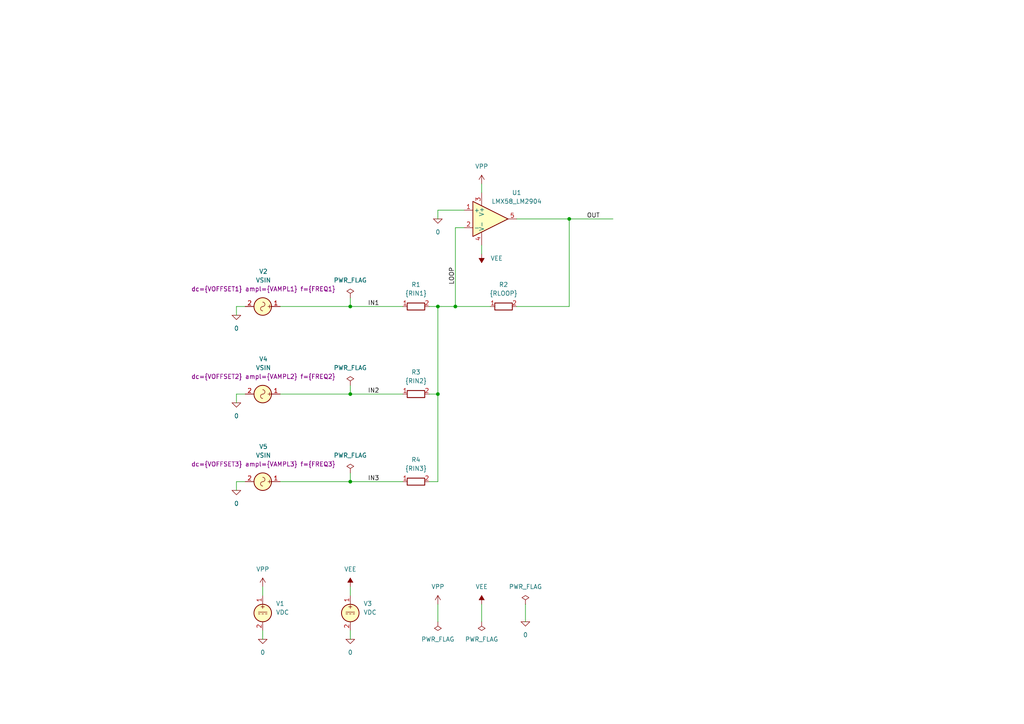
<source format=kicad_sch>
(kicad_sch (version 20211123) (generator eeschema)
  (paper "A4")
  (title_block (title "Summing inverting operational amplifier") (date "2023-09-05") (rev "1") (company "astroelectronic@") (comment 1 "-") (comment 2 "-") (comment 3 "-") (comment 4 "AE01010358"))
  (lib_symbols
    (symbol "Device:R" (pin_names (offset 0) hide)
      (property "Reference" "R" (at 2.032 0 90))
      (property "Value" "R" (at 0 0 90))
      (symbol "R_0_1"
        (rectangle (start -1.016 -2.54) (end 1.016 2.54) (stroke (width 0.254)))
      )
      (symbol "R_1_1"
        (pin passive line (at 0 3.81 270) (length 1.27) (name "~") (number "1"))
        (pin passive line (at 0 -3.81 90) (length 1.27) (name "~") (number "2"))
      )
    )
    (symbol "LM358:LMX58_LM2904" (pin_names (offset 0.254))
      (property "Reference" "U" (at 3.81 3.175 0))
      (property "Value" "LMX58_LM2904" (at 3.81 -3.175 0))
      (symbol "LMX58_LM2904_0_1"
        (polyline (pts (xy 5.08 0) (xy -5.08 5.08) (xy -5.08 -5.08) (xy 5.08 0)) (stroke (width 0.254)) (fill (type background)))
      )
      (symbol "LMX58_LM2904_1_1"
        (pin passive line (at -7.62 2.54 0) (length 2.54) (name "+") (number "1"))
        (pin passive line (at -7.62 -2.54 0) (length 2.54) (name "-") (number "2"))
        (pin passive line (at -2.54 7.62 270) (length 3.81) (name "V+") (number "3"))
        (pin passive line (at -2.54 -7.62 90) (length 3.81) (name "V-") (number "4"))
        (pin passive line (at 7.62 0 180) (length 2.54) (name "~") (number "5"))
      )
    )
    (symbol "R_1" (pin_names (offset 0) hide)
      (property "Reference" "R" (at 2.032 0 90))
      (property "Value" "R_1" (at 0 0 90))
      (symbol "R_1_0_1"
        (rectangle (start -1.016 -2.54) (end 1.016 2.54) (stroke (width 0.254)))
      )
      (symbol "R_1_1_1"
        (pin passive line (at 0 3.81 270) (length 1.27) (name "~") (number "1"))
        (pin passive line (at 0 -3.81 90) (length 1.27) (name "~") (number "2"))
      )
    )
    (symbol "Simulation_SPICE:VDC" (pin_names (offset 0.0254) hide)
      (property "Reference" "V" (at 2.54 2.54 0))
      (property "Value" "VDC" (at 2.54 0 0))
      (property "Spice_Model" "dc(1)" (at 2.54 -2.54 0))
      (symbol "VDC_0_0"
        (polyline (pts (xy -1.27 0.254) (xy 1.27 0.254)))
        (polyline (pts (xy -0.762 -0.254) (xy -1.27 -0.254)))
        (polyline (pts (xy 0.254 -0.254) (xy -0.254 -0.254)))
        (polyline (pts (xy 1.27 -0.254) (xy 0.762 -0.254)))
        (text "+" (at 0 1.905 0) (effects (font (size 1.27 1.27))))
      )
      (symbol "VDC_0_1"
        (circle (center 0 0) (radius 2.54) (stroke (width 0.254)) (fill (type background)))
      )
      (symbol "VDC_1_1"
        (pin passive line (at 0 5.08 270) (length 2.54) (name "~") (number "1"))
        (pin passive line (at 0 -5.08 90) (length 2.54) (name "~") (number "2"))
      )
    )
    (symbol "Simulation_SPICE:VSIN" (pin_names (offset 0.0254) hide)
      (property "Reference" "V" (at 2.54 2.54 0))
      (property "Value" "VSIN" (at 2.54 0 0))
      (property "Spice_Model" "sin(0 1 1k)" (at 2.54 -2.54 0))
      (symbol "VSIN_0_0"
        (arc (start 0 0) (mid -0.635 0.635) (end -1.27 0))
        (arc (start 0 0) (mid 0.635 -0.635) (end 1.27 0))
        (text "+" (at 0 1.905 0) (effects (font (size 1.27 1.27))))
      )
      (symbol "VSIN_0_1"
        (circle (center 0 0) (radius 2.54) (stroke (width 0.254)) (fill (type background)))
      )
      (symbol "VSIN_1_1"
        (pin passive line (at 0 5.08 270) (length 2.54) (name "~") (number "1"))
        (pin passive line (at 0 -5.08 90) (length 2.54) (name "~") (number "2"))
      )
    )
    (symbol "VDC_1" (pin_names (offset 0.0254) hide)
      (property "Reference" "V" (at 2.54 2.54 0))
      (property "Value" "VDC_1" (at 2.54 0 0))
      (property "Spice_Model" "dc(1)" (at 2.54 -2.54 0))
      (symbol "VDC_1_0_0"
        (polyline (pts (xy -1.27 0.254) (xy 1.27 0.254)))
        (polyline (pts (xy -0.762 -0.254) (xy -1.27 -0.254)))
        (polyline (pts (xy 0.254 -0.254) (xy -0.254 -0.254)))
        (polyline (pts (xy 1.27 -0.254) (xy 0.762 -0.254)))
        (text "+" (at 0 1.905 0) (effects (font (size 1.27 1.27))))
      )
      (symbol "VDC_1_0_1"
        (circle (center 0 0) (radius 2.54) (stroke (width 0.254)) (fill (type background)))
      )
      (symbol "VDC_1_1_1"
        (pin passive line (at 0 5.08 270) (length 2.54) (name "~") (number "1"))
        (pin passive line (at 0 -5.08 90) (length 2.54) (name "~") (number "2"))
      )
    )
    (symbol "power:PWR_FLAG" (power) (pin_numbers hide) (pin_names (offset 0) hide)
      (property "Value" "PWR_FLAG" (at 0 3.81 0))
      (symbol "PWR_FLAG_0_0"
        (pin power_out line (at 0 0 90) (length 0) (name "pwr") (number "1"))
      )
      (symbol "PWR_FLAG_0_1"
        (polyline (pts (xy 0 0) (xy 0 1.27) (xy -1.016 1.905) (xy 0 2.54) (xy 1.016 1.905) (xy 0 1.27)))
      )
    )
    (symbol "power:VEE" (power) (pin_names (offset 0))
      (property "Value" "VEE" (at 0 3.81 0))
      (symbol "VEE_0_1"
        (polyline (pts (xy 0 0) (xy 0 2.54)))
        (polyline (pts (xy 0.762 1.27) (xy -0.762 1.27) (xy 0 2.54) (xy 0.762 1.27)) (fill (type outline)))
      )
      (symbol "VEE_1_1"
        (pin power_in line (at 0 0 90) (length 0) hide (name "VEE") (number "1"))
      )
    )
    (symbol "power:VPP" (power) (pin_names (offset 0))
      (property "Value" "VPP" (at 0 3.81 0))
      (symbol "VPP_0_1"
        (polyline (pts (xy -0.762 1.27) (xy 0 2.54)))
        (polyline (pts (xy 0 0) (xy 0 2.54)))
        (polyline (pts (xy 0 2.54) (xy 0.762 1.27)))
      )
      (symbol "VPP_1_1"
        (pin power_in line (at 0 0 90) (length 0) hide (name "VPP") (number "1"))
      )
    )
    (symbol "pspice:0" (power) (pin_names (offset 0))
      (property "Value" "0" (at 0 -1.778 0))
      (symbol "0_0_1"
        (polyline (pts (xy -1.27 0) (xy 0 -1.27) (xy 1.27 0) (xy -1.27 0)))
      )
      (symbol "0_1_1"
        (pin power_in line (at 0 0 0) (length 0) hide (name "0") (number "1"))
      )
    )
  )
  (junction (at 127 114.3))
  (junction (at 101.6 114.3))
  (junction (at 127 88.9))
  (junction (at 132.08 88.9))
  (junction (at 101.6 88.9))
  (junction (at 101.6 139.7))
  (junction (at 165.1 63.5))
  (wire (pts (xy 101.6 86.36) (xy 101.6 88.9)))
  (wire (pts (xy 132.08 88.9) (xy 142.24 88.9)))
  (wire (pts (xy 68.58 114.3) (xy 71.12 114.3)))
  (wire (pts (xy 139.7 175.26) (xy 139.7 180.34)))
  (wire (pts (xy 127 88.9) (xy 127 114.3)))
  (wire (pts (xy 68.58 88.9) (xy 71.12 88.9)))
  (wire (pts (xy 134.62 60.96) (xy 127 60.96)))
  (wire (pts (xy 149.86 88.9) (xy 165.1 88.9)))
  (wire (pts (xy 101.6 114.3) (xy 81.28 114.3)))
  (wire (pts (xy 101.6 139.7) (xy 81.28 139.7)))
  (wire (pts (xy 132.08 66.04) (xy 132.08 88.9)))
  (wire (pts (xy 139.7 53.34) (xy 139.7 55.88)))
  (wire (pts (xy 101.6 170.18) (xy 101.6 172.72)))
  (wire (pts (xy 76.2 170.18) (xy 76.2 172.72)))
  (wire (pts (xy 134.62 66.04) (xy 132.08 66.04)))
  (wire (pts (xy 101.6 182.88) (xy 101.6 185.42)))
  (wire (pts (xy 139.7 71.12) (xy 139.7 73.66)))
  (wire (pts (xy 165.1 63.5) (xy 149.86 63.5)))
  (wire (pts (xy 68.58 88.9) (xy 68.58 91.44)))
  (wire (pts (xy 116.84 139.7) (xy 101.6 139.7)))
  (wire (pts (xy 101.6 111.76) (xy 101.6 114.3)))
  (wire (pts (xy 152.4 175.26) (xy 152.4 180.34)))
  (wire (pts (xy 101.6 137.16) (xy 101.6 139.7)))
  (wire (pts (xy 165.1 63.5) (xy 177.8 63.5)))
  (wire (pts (xy 127 139.7) (xy 127 114.3)))
  (wire (pts (xy 124.46 88.9) (xy 127 88.9)))
  (wire (pts (xy 124.46 139.7) (xy 127 139.7)))
  (wire (pts (xy 68.58 139.7) (xy 71.12 139.7)))
  (wire (pts (xy 116.84 114.3) (xy 101.6 114.3)))
  (wire (pts (xy 127 114.3) (xy 124.46 114.3)))
  (wire (pts (xy 76.2 182.88) (xy 76.2 185.42)))
  (wire (pts (xy 127 175.26) (xy 127 180.34)))
  (wire (pts (xy 68.58 139.7) (xy 68.58 142.24)))
  (wire (pts (xy 116.84 88.9) (xy 101.6 88.9)))
  (wire (pts (xy 165.1 88.9) (xy 165.1 63.5)))
  (wire (pts (xy 127 88.9) (xy 132.08 88.9)))
  (wire (pts (xy 101.6 88.9) (xy 81.28 88.9)))
  (wire (pts (xy 127 60.96) (xy 127 63.5)))
  (wire (pts (xy 68.58 114.3) (xy 68.58 116.84)))
  (label "IN2" (at 106.68 114.3 0))
  (label "LOOP" (at 132.08 82.55 90))
  (label "OUT" (at 170.18 63.5 0))
  (label "IN3" (at 106.68 139.7 0))
  (label "IN1" (at 106.68 88.9 0))
  (symbol (lib_id "Simulation_SPICE:VDC") (at 101.6 177.8 0) (unit 1)
    (property "Reference" "V3" (at 105.41 175.0701 0) (effects (justify left)))
    (property "Value" "VDC" (at 105.41 177.6101 0) (effects (justify left)))
    (property "Spice_Netlist_Enabled" "Y" (effects hide))
    (property "Spice_Primitive" "V" (effects hide))
    (property "Spice_Model" "{VNEG}" (at 105.41 180.1501 0) (effects (justify left)))
  )
  (symbol (lib_id "power:VPP") (at 76.2 170.18 0) (unit 1)
    (property "Reference" "#PWR01" (effects hide))
    (property "Value" "VPP" (at 76.2 165.1 0))
  )
  (symbol (lib_id "power:PWR_FLAG") (at 101.6 86.36 0) (unit 1)
    (property "Reference" "#FLG01" (effects hide))
    (property "Value" "PWR_FLAG" (at 101.6 81.28 0))
  )
  (symbol (lib_id "Simulation_SPICE:VSIN") (at 76.2 139.7 270) (unit 1)
    (property "Reference" "V5" (at 76.3897 129.54 90))
    (property "Value" "VSIN" (at 76.3897 132.08 90))
    (property "Spice_Netlist_Enabled" "Y" (effects hide))
    (property "Spice_Primitive" "V" (effects hide))
    (property "Spice_Model" "sin({VOFFSET3} {VAMPL3} {FREQ3})" (at 76.3897 134.62 90))
  )
  (symbol (lib_id "pspice:0") (at 152.4 180.34 0) (unit 1)
    (property "Reference" "#GND05" (effects hide))
    (property "Value" "0" (at 152.4 184.15 0))
  )
  (symbol (lib_id "pspice:0") (at 68.58 116.84 0) (unit 1)
    (property "Reference" "#GND0101" (effects hide))
    (property "Value" "0" (at 68.58 120.65 0))
  )
  (symbol (lib_id "pspice:0") (at 68.58 142.24 0) (unit 1)
    (property "Reference" "#GND02" (effects hide))
    (property "Value" "0" (at 68.58 146.05 0))
  )
  (symbol (lib_id "power:PWR_FLAG") (at 101.6 111.76 0) (unit 1)
    (property "Reference" "#FLG0101" (effects hide))
    (property "Value" "PWR_FLAG" (at 101.6 106.68 0))
  )
  (symbol (lib_name "R_1") (lib_id "Device:R") (at 120.65 114.3 90) (unit 1)
    (property "Reference" "R3" (at 120.65 107.95 90))
    (property "Value" "{RIN2}" (at 120.65 110.49 90))
  )
  (symbol (lib_id "power:PWR_FLAG") (at 101.6 137.16 0) (unit 1)
    (property "Reference" "#FLG0102" (effects hide))
    (property "Value" "PWR_FLAG" (at 101.6 132.08 0))
  )
  (symbol (lib_id "Device:R") (at 146.05 88.9 90) (unit 1)
    (property "Reference" "R2" (at 146.05 82.55 90))
    (property "Value" "{RLOOP}" (at 146.05 85.09 90))
  )
  (symbol (lib_id "pspice:0") (at 127 63.5 0) (unit 1)
    (property "Reference" "#GND04" (effects hide))
    (property "Value" "0" (at 127 67.31 0))
  )
  (symbol (lib_id "power:PWR_FLAG") (at 139.7 180.34 180) (unit 1)
    (property "Reference" "#FLG03" (effects hide))
    (property "Value" "PWR_FLAG" (at 139.7 185.42 0))
  )
  (symbol (lib_id "Simulation_SPICE:VSIN") (at 76.2 114.3 270) (unit 1)
    (property "Reference" "V4" (at 76.3897 104.14 90))
    (property "Value" "VSIN" (at 76.3897 106.68 90))
    (property "Spice_Netlist_Enabled" "Y" (effects hide))
    (property "Spice_Primitive" "V" (effects hide))
    (property "Spice_Model" "sin({VOFFSET2} {VAMPL2} {FREQ2})" (at 76.3897 109.22 90))
  )
  (symbol (lib_id "power:PWR_FLAG") (at 127 180.34 180) (unit 1)
    (property "Reference" "#FLG02" (effects hide))
    (property "Value" "PWR_FLAG" (at 127 185.42 0))
  )
  (symbol (lib_id "power:VEE") (at 139.7 175.26 0) (unit 1)
    (property "Reference" "#PWR06" (effects hide))
    (property "Value" "VEE" (at 139.7 170.18 0))
  )
  (symbol (lib_id "power:PWR_FLAG") (at 152.4 175.26 0) (unit 1)
    (property "Reference" "#FLG04" (effects hide))
    (property "Value" "PWR_FLAG" (at 152.4 170.18 0))
  )
  (symbol (lib_name "VDC_1") (lib_id "Simulation_SPICE:VDC") (at 76.2 177.8 0) (unit 1)
    (property "Reference" "V1" (at 80.01 175.0701 0) (effects (justify left)))
    (property "Value" "VDC" (at 80.01 177.6101 0) (effects (justify left)))
    (property "Spice_Netlist_Enabled" "Y" (effects hide))
    (property "Spice_Primitive" "V" (effects hide))
    (property "Spice_Model" "{VPOS}" (at 80.01 180.1501 0) (effects (justify left)))
  )
  (symbol (lib_id "pspice:0") (at 76.2 185.42 0) (unit 1)
    (property "Reference" "#GND01" (effects hide))
    (property "Value" "0" (at 76.2 189.23 0))
  )
  (symbol (lib_name "R_1") (lib_id "Device:R") (at 120.65 88.9 90) (unit 1)
    (property "Reference" "R1" (at 120.65 82.55 90))
    (property "Value" "{RIN1}" (at 120.65 85.09 90))
  )
  (symbol (lib_name "R_1") (lib_id "Device:R") (at 120.65 139.7 90) (unit 1)
    (property "Reference" "R4" (at 120.65 133.35 90))
    (property "Value" "{RIN3}" (at 120.65 135.89 90))
  )
  (symbol (lib_id "pspice:0") (at 101.6 185.42 0) (unit 1)
    (property "Reference" "#GND03" (effects hide))
    (property "Value" "0" (at 101.6 189.23 0))
  )
  (symbol (lib_id "power:VPP") (at 139.7 53.34 0) (unit 1)
    (property "Reference" "#PWR03" (effects hide))
    (property "Value" "VPP" (at 139.7 48.26 0))
  )
  (symbol (lib_id "power:VEE") (at 139.7 73.66 180) (unit 1)
    (property "Reference" "#PWR04" (effects hide))
    (property "Value" "VEE" (at 142.24 74.9299 0) (effects (justify right)))
  )
  (symbol (lib_id "power:VPP") (at 127 175.26 0) (unit 1)
    (property "Reference" "#PWR05" (effects hide))
    (property "Value" "VPP" (at 127 170.18 0))
  )
  (symbol (lib_id "power:VEE") (at 101.6 170.18 0) (unit 1)
    (property "Reference" "#PWR02" (effects hide))
    (property "Value" "VEE" (at 101.6 165.1 0))
  )
  (symbol (lib_id "LM358:LMX58_LM2904") (at 142.24 63.5 0) (unit 1)
    (property "Reference" "U1" (at 149.86 55.88 0))
    (property "Value" "LMX58_LM2904" (at 149.86 58.42 0))
    (property "Spice_Netlist_Enabled" "Y" (effects hide))
    (property "Spice_Primitive" "X" (effects hide))
    (property "Spice_Model" "LMX58_LM2904" (effects hide))
    (property "Spice_Lib_File" "/home/astroelectronica/kicad/projects/LM358/models/lmx58_lm2904.lib" (effects hide))
  )
  (symbol (lib_id "Simulation_SPICE:VSIN") (at 76.2 88.9 270) (unit 1)
    (property "Reference" "V2" (at 76.3897 78.74 90))
    (property "Value" "VSIN" (at 76.3897 81.28 90))
    (property "Spice_Netlist_Enabled" "Y" (effects hide))
    (property "Spice_Primitive" "V" (effects hide))
    (property "Spice_Model" "sin({VOFFSET1} {VAMPL1} {FREQ1})" (at 76.3897 83.82 90))
  )
  (symbol (lib_id "pspice:0") (at 68.58 91.44 0) (unit 1)
    (property "Reference" "#GND0102" (effects hide))
    (property "Value" "0" (at 68.58 95.25 0))
  )
)
</source>
